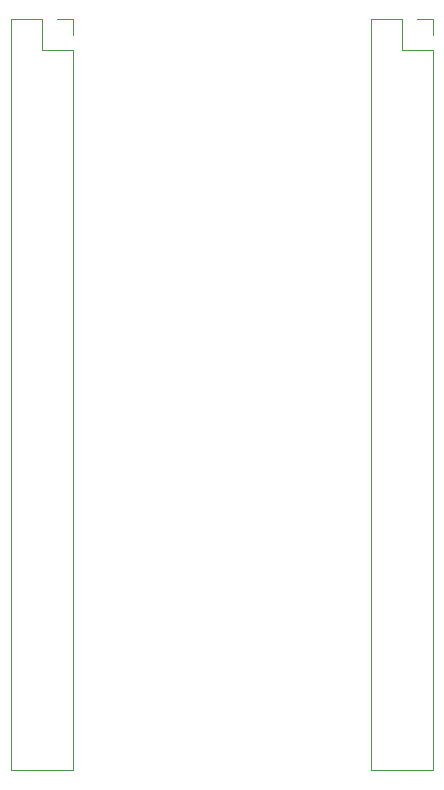
<source format=gbr>
G04 #@! TF.GenerationSoftware,KiCad,Pcbnew,(5.1.5)-3*
G04 #@! TF.CreationDate,2020-03-01T15:46:39+00:00*
G04 #@! TF.ProjectId,SCSIConnector,53435349-436f-46e6-9e65-63746f722e6b,rev?*
G04 #@! TF.SameCoordinates,Original*
G04 #@! TF.FileFunction,Legend,Top*
G04 #@! TF.FilePolarity,Positive*
%FSLAX46Y46*%
G04 Gerber Fmt 4.6, Leading zero omitted, Abs format (unit mm)*
G04 Created by KiCad (PCBNEW (5.1.5)-3) date 2020-03-01 15:46:39*
%MOMM*%
%LPD*%
G04 APERTURE LIST*
%ADD10C,0.120000*%
G04 APERTURE END LIST*
D10*
X151130000Y-29150000D02*
X152460000Y-29150000D01*
X152460000Y-29150000D02*
X152460000Y-30480000D01*
X149860000Y-29150000D02*
X149860000Y-31750000D01*
X149860000Y-31750000D02*
X152460000Y-31750000D01*
X152460000Y-31750000D02*
X152460000Y-92770000D01*
X147260000Y-92770000D02*
X152460000Y-92770000D01*
X147260000Y-29150000D02*
X147260000Y-92770000D01*
X147260000Y-29150000D02*
X149860000Y-29150000D01*
X120650000Y-29150000D02*
X121980000Y-29150000D01*
X121980000Y-29150000D02*
X121980000Y-30480000D01*
X119380000Y-29150000D02*
X119380000Y-31750000D01*
X119380000Y-31750000D02*
X121980000Y-31750000D01*
X121980000Y-31750000D02*
X121980000Y-92770000D01*
X116780000Y-92770000D02*
X121980000Y-92770000D01*
X116780000Y-29150000D02*
X116780000Y-92770000D01*
X116780000Y-29150000D02*
X119380000Y-29150000D01*
M02*

</source>
